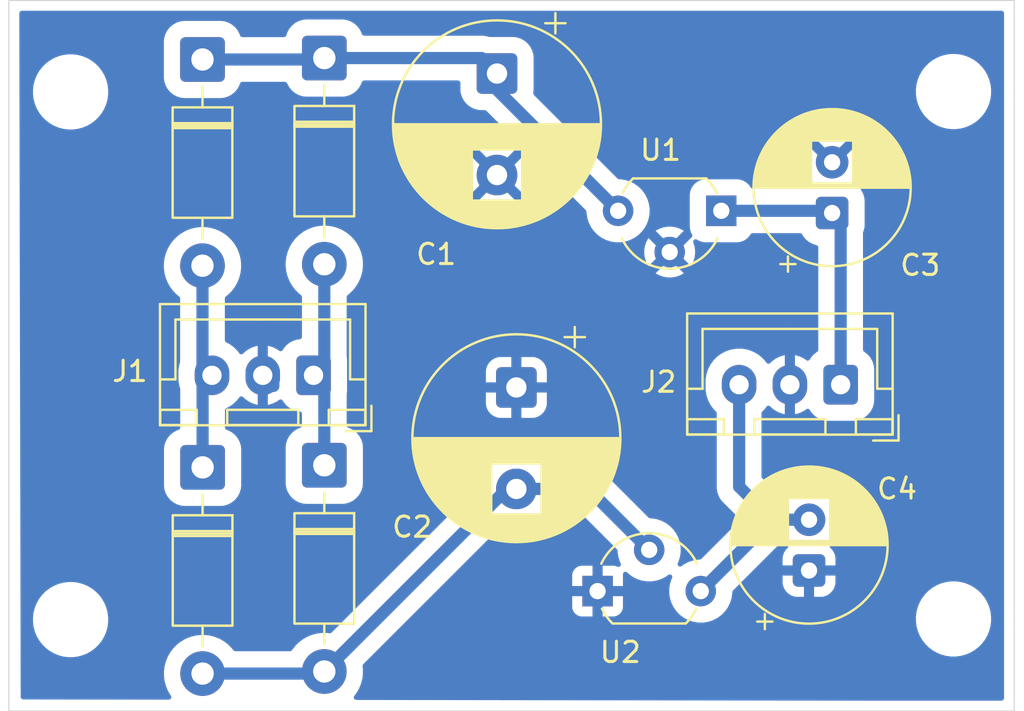
<source format=kicad_pcb>
(kicad_pcb (version 20241229) (generator "pcbnew") (generator_version "9.0")
  (layers (0 "F.Cu" signal) (2 "B.Cu" signal) (13 "F.Paste" user) (15 "B.Paste" user) (5 "F.SilkS" user "F.Silkscreen") (7 "B.SilkS" user "B.Silkscreen") (1 "F.Mask" user) (3 "B.Mask" user) (25 "Edge.Cuts" user))
  (net 0 "")
  (net 1 "Net-(D2-K)")
  (net 2 "Net-(D1-A)")
  (net 3 "Net-(J2-Pin_1)")
  (net 4 "Net-(J2-Pin_3)")
  (net 5 "Net-(D1-K)")
  (net 6 "Net-(D3-K)")
  (net 7 "GNDPWR")
  (footprint "Capacitor_THT:CP_Radial_D7.5mm_P2.50mm" (layer "F.Cu") (at 88.496008 75.967089 90)
    (property "Reference" "C3" (at -2.571806 4.338825 0) (layer "F.SilkS"))
    (property "Value" "25V100uF" (hide yes))
    (pad "1" thru_hole roundrect (at 0 0 90) (size 1.6 1.6) (drill 0.8) (layers "*.Cu" "*.Mask") (roundrect_rratio 0.15625) (net 3 "Net-(J2-Pin_1)"))
    (pad "2" thru_hole circle (at 2.5 0 90) (size 1.6 1.6) (drill 0.8) (layers "*.Cu" "*.Mask") (net 7 "GNDPWR"))
  )
  (footprint "MountingHole:MountingHole_3.2mm_M3" (layer "F.Cu") (at 51 70)
    (property "Reference" "H1" (hide yes))
    (property "Value" "MountingHole" (hide yes))
    (pad "" np_thru_hole circle (at 0 0) (size 3.2 3.2) (drill 3.2) (layers "*.Cu" "*.Mask"))
  )
  (footprint "Capacitor_THT:CP_Radial_D10.0mm_P5.00mm" (layer "F.Cu") (at 72.949758 84.562098 -90)
    (property "Reference" "C2" (at 6.877902 5.131758 0) (layer "F.SilkS"))
    (property "Value" "25V1000uF" (hide yes))
    (pad "1" thru_hole roundrect (at 0 0 270) (size 2 2) (drill 1) (layers "*.Cu" "*.Mask") (roundrect_rratio 0.125) (net 7 "GNDPWR"))
    (pad "2" thru_hole circle (at 5 0 270) (size 2 2) (drill 1) (layers "*.Cu" "*.Mask") (net 2 "Net-(D1-A)"))
  )
  (footprint "MountingHole:MountingHole_3.2mm_M3" (layer "F.Cu") (at 94.473002 69.982338)
    (property "Reference" "H2" (hide yes))
    (property "Value" "MountingHole" (hide yes))
    (pad "" np_thru_hole circle (at 0 0) (size 3.2 3.2) (drill 3.2) (layers "*.Cu" "*.Mask"))
  )
  (footprint "Diode_THT:D_DO-41_SOD81_P10.16mm_Horizontal" (layer "F.Cu") (at 63.493135 68.332632 -90)
    (property "Reference" "D2" (hide yes))
    (property "Value" "1N5817" (hide yes))
    (pad "1" thru_hole roundrect (at 0 0 270) (size 2.2 2.2) (drill 1.1) (layers "*.Cu" "*.Mask") (roundrect_rratio 0.113636) (net 1 "Net-(D2-K)"))
    (pad "2" thru_hole circle (at 10.16 0 270) (size 2.2 2.2) (drill 1.1) (layers "*.Cu" "*.Mask") (net 5 "Net-(D1-K)"))
  )
  (footprint "Capacitor_THT:CP_Radial_D10.0mm_P5.00mm" (layer "F.Cu") (at 71.995795 69.095528 -90)
    (property "Reference" "C1" (at 8.904472 2.995795 0) (layer "F.SilkS"))
    (property "Value" "25V1000uF" (hide yes))
    (pad "1" thru_hole roundrect (at 0 0 270) (size 2 2) (drill 1) (layers "*.Cu" "*.Mask") (roundrect_rratio 0.125) (net 1 "Net-(D2-K)"))
    (pad "2" thru_hole circle (at 5 0 270) (size 2 2) (drill 1) (layers "*.Cu" "*.Mask") (net 7 "GNDPWR"))
  )
  (footprint "Diode_THT:D_DO-41_SOD81_P10.16mm_Horizontal" (layer "F.Cu") (at 57.49497 68.402483 -90)
    (property "Reference" "D4" (hide yes))
    (property "Value" "1N5817" (hide yes))
    (pad "1" thru_hole roundrect (at 0 0 270) (size 2.2 2.2) (drill 1.1) (layers "*.Cu" "*.Mask") (roundrect_rratio 0.113636) (net 1 "Net-(D2-K)"))
    (pad "2" thru_hole circle (at 10.16 0 270) (size 2.2 2.2) (drill 1.1) (layers "*.Cu" "*.Mask") (net 6 "Net-(D3-K)"))
  )
  (footprint "Connector_JST:JST_XH_B3B-XH-A_1x03_P2.50mm_Vertical" (layer "F.Cu") (at 88.916931 84.427657 180)
    (property "Reference" "J2" (at 8.958707 0.130406 0) (layer "F.SilkS"))
    (property "Value" "Conn_01x03" (hide yes))
    (pad "1" thru_hole roundrect (at 0 0 180) (size 1.7 1.95) (drill 0.95) (layers "*.Cu" "*.Mask") (roundrect_rratio 0.147059) (net 3 "Net-(J2-Pin_1)"))
    (pad "2" thru_hole oval (at 2.5 0 180) (size 1.7 1.95) (drill 0.95) (layers "*.Cu" "*.Mask") (net 7 "GNDPWR"))
    (pad "3" thru_hole oval (at 5 0 180) (size 1.7 1.95) (drill 0.95) (layers "*.Cu" "*.Mask") (net 4 "Net-(J2-Pin_3)"))
  )
  (footprint "Package_TO_SOT_THT:TO-92_Inline_Wide" (layer "F.Cu") (at 83.038456 76.112198 180)
    (property "Reference" "U1" (at 2.988559 3.242559 180) (layer "F.SilkS"))
    (property "Value" "L78L12" (hide yes))
    (pad "1" thru_hole rect (at 0 0.254 180) (size 1.5 1.5) (drill 0.8) (layers "*.Cu" "*.Mask") (net 3 "Net-(J2-Pin_1)"))
    (pad "2" thru_hole circle (at 2.54 -1.778 180) (size 1.5 1.5) (drill 0.8) (layers "*.Cu" "*.Mask") (net 7 "GNDPWR"))
    (pad "3" thru_hole circle (at 5.08 0.254 180) (size 1.5 1.5) (drill 0.8) (layers "*.Cu" "*.Mask") (net 1 "Net-(D2-K)"))
  )
  (footprint "Package_TO_SOT_THT:TO-92_Inline_Wide" (layer "F.Cu") (at 76.948238 94.342627)
    (property "Reference" "U2" (at 1.11853 3.267621 180) (layer "F.SilkS"))
    (property "Value" "L79L12" (hide yes))
    (pad "1" thru_hole rect (at 0 0.254) (size 1.5 1.5) (drill 0.8) (layers "*.Cu" "*.Mask") (net 7 "GNDPWR"))
    (pad "2" thru_hole circle (at 2.54 -1.778) (size 1.5 1.5) (drill 0.8) (layers "*.Cu" "*.Mask") (net 2 "Net-(D1-A)"))
    (pad "3" thru_hole circle (at 5.08 0.254) (size 1.5 1.5) (drill 0.8) (layers "*.Cu" "*.Mask") (net 4 "Net-(J2-Pin_3)"))
  )
  (footprint "MountingHole:MountingHole_3.2mm_M3" (layer "F.Cu") (at 94.473002 95.968407)
    (property "Reference" "H4" (hide yes))
    (property "Value" "MountingHole" (hide yes))
    (pad "" np_thru_hole circle (at 0 0) (size 3.2 3.2) (drill 3.2) (layers "*.Cu" "*.Mask"))
  )
  (footprint "MountingHole:MountingHole_3.2mm_M3" (layer "F.Cu") (at 51 96)
    (property "Reference" "H3" (hide yes))
    (property "Value" "MountingHole" (hide yes))
    (pad "" np_thru_hole circle (at 0 0) (size 3.2 3.2) (drill 3.2) (layers "*.Cu" "*.Mask"))
  )
  (footprint "Diode_THT:D_DO-41_SOD81_P10.16mm_Horizontal" (layer "F.Cu") (at 63.493135 88.397519 -90)
    (property "Reference" "D1" (hide yes))
    (property "Value" "1N5817" (hide yes))
    (pad "1" thru_hole roundrect (at 0 0 270) (size 2.2 2.2) (drill 1.1) (layers "*.Cu" "*.Mask") (roundrect_rratio 0.113636) (net 5 "Net-(D1-K)"))
    (pad "2" thru_hole circle (at 10.16 0 270) (size 2.2 2.2) (drill 1.1) (layers "*.Cu" "*.Mask") (net 2 "Net-(D1-A)"))
  )
  (footprint "Capacitor_THT:CP_Radial_D7.5mm_P2.50mm" (layer "F.Cu") (at 87.359512 93.580138 90)
    (property "Reference" "C4" (at 4.019515 4.331597 0) (layer "F.SilkS"))
    (property "Value" "25V100uF" (hide yes))
    (pad "1" thru_hole roundrect (at 0 0 90) (size 1.6 1.6) (drill 0.8) (layers "*.Cu" "*.Mask") (roundrect_rratio 0.15625) (net 7 "GNDPWR"))
    (pad "2" thru_hole circle (at 2.5 0 90) (size 1.6 1.6) (drill 0.8) (layers "*.Cu" "*.Mask") (net 4 "Net-(J2-Pin_3)"))
  )
  (footprint "Connector_JST:JST_XH_B3B-XH-A_1x03_P2.50mm_Vertical" (layer "F.Cu") (at 62.962483 83.964641 180)
    (property "Reference" "J1" (at 9.041863 0.198713 180) (layer "F.SilkS"))
    (property "Value" "Conn_01x03" (hide yes))
    (pad "1" thru_hole roundrect (at 0 0 180) (size 1.7 1.95) (drill 0.95) (layers "*.Cu" "*.Mask") (roundrect_rratio 0.147059) (net 5 "Net-(D1-K)"))
    (pad "2" thru_hole oval (at 2.5 0 180) (size 1.7 1.95) (drill 0.95) (layers "*.Cu" "*.Mask") (net 7 "GNDPWR"))
    (pad "3" thru_hole oval (at 5 0 180) (size 1.7 1.95) (drill 0.95) (layers "*.Cu" "*.Mask") (net 6 "Net-(D3-K)"))
  )
  (footprint "Diode_THT:D_DO-41_SOD81_P10.16mm_Horizontal" (layer "F.Cu") (at 57.5 88.5 -90)
    (property "Reference" "D3" (hide yes))
    (property "Value" "1N5817" (hide yes))
    (pad "1" thru_hole roundrect (at 0 0 270) (size 2.2 2.2) (drill 1.1) (layers "*.Cu" "*.Mask") (roundrect_rratio 0.113636) (net 6 "Net-(D3-K)"))
    (pad "2" thru_hole circle (at 10.16 0 270) (size 2.2 2.2) (drill 1.1) (layers "*.Cu" "*.Mask") (net 2 "Net-(D1-A)"))
  )
  (gr_rect (start 47.961367 65.496517) (end 97.461365 100.496517) (stroke (width 0.05)) (fill no) (layer "Edge.Cuts"))
  (segment (start 71.995795 69.095528) (end 72.095528 69.095528) (width 0.6) (layer "B.Cu") (net 1))
  (segment (start 63.493135 68.332632) (end 71.232899 68.332632) (width 0.6) (layer "B.Cu") (net 1))
  (segment (start 62.597517 68.402483) (end 57.49497 68.402483) (width 0.6) (layer "B.Cu") (net 1))
  (segment (start 63.493135 68.332632) (end 62.667368 68.332632) (width 0.6) (layer "B.Cu") (net 1))
  (segment (start 62.667368 68.332632) (end 62.597517 68.402483) (width 0.6) (layer "B.Cu") (net 1))
  (segment (start 77.958456 75.858198) (end 71.995795 69.895537) (width 0.6) (layer "B.Cu") (net 1))
  (segment (start 71.995795 69.895537) (end 71.995795 69.095528) (width 0.6) (layer "B.Cu") (net 1))
  (segment (start 71.232899 68.332632) (end 71.995795 69.095528) (width 0.6) (layer "B.Cu") (net 1))
  (segment (start 57.5 98.66) (end 63.390654 98.66) (width 0.6) (layer "B.Cu") (net 2))
  (segment (start 72.949758 89.852091) (end 72.949758 89.562098) (width 0.6) (layer "B.Cu") (net 2))
  (segment (start 63.390654 98.66) (end 63.493135 98.557519) (width 0.6) (layer "B.Cu") (net 2))
  (segment (start 63.95615 98.761515) (end 63.998242 98.803607) (width 0.6) (layer "B.Cu") (net 2))
  (segment (start 79.488238 92.564627) (end 76.485709 89.562098) (width 0.6) (layer "B.Cu") (net 2))
  (segment (start 72.949758 90.117824) (end 72.949758 89.562098) (width 0.6) (layer "B.Cu") (net 2))
  (segment (start 72.488556 89.562098) (end 72.949758 89.562098) (width 0.6) (layer "B.Cu") (net 2))
  (segment (start 76.485709 89.562098) (end 72.949758 89.562098) (width 0.6) (layer "B.Cu") (net 2))
  (segment (start 63.90619 99.01938) (end 63.977196 99.090386) (width 0.6) (layer "B.Cu") (net 2))
  (segment (start 63.493135 98.557519) (end 72.488556 89.562098) (width 0.6) (layer "B.Cu") (net 2))
  (segment (start 83.038456 75.858198) (end 88.387117 75.858198) (width 0.6) (layer "B.Cu") (net 3))
  (segment (start 88.916931 76.388012) (end 88.496008 75.967089) (width 0.6) (layer "B.Cu") (net 3))
  (segment (start 88.916931 84.427657) (end 88.916931 76.388012) (width 0.6) (layer "B.Cu") (net 3))
  (segment (start 88.975573 76.446654) (end 88.496008 75.967089) (width 0.6) (layer "B.Cu") (net 3))
  (segment (start 88.387117 75.858198) (end 88.496008 75.967089) (width 0.6) (layer "B.Cu") (net 3))
  (segment (start 83.038456 75.858198) (end 83.358198 75.858198) (width 0.6) (layer "B.Cu") (net 3))
  (segment (start 87.359512 91.080138) (end 85.544727 91.080138) (width 0.6) (layer "B.Cu") (net 4))
  (segment (start 87.460246 90.979404) (end 87.359512 91.080138) (width 0.6) (layer "B.Cu") (net 4))
  (segment (start 87.481293 90.958357) (end 87.359512 91.080138) (width 0.6) (layer "B.Cu") (net 4))
  (segment (start 85.544727 91.080138) (end 83.916931 89.452342) (width 0.6) (layer "B.Cu") (net 4))
  (segment (start 85.544727 91.080138) (end 82.028238 94.596627) (width 0.6) (layer "B.Cu") (net 4))
  (segment (start 87.222157 90.942783) (end 87.359512 91.080138) (width 0.6) (layer "B.Cu") (net 4))
  (segment (start 83.916931 89.452342) (end 83.916931 84.427657) (width 0.6) (layer "B.Cu") (net 4))
  (segment (start 63.493135 78.492632) (end 63.5 78.499497) (width 0.6) (layer "B.Cu") (net 5))
  (segment (start 63.493135 83.433989) (end 62.962483 83.964641) (width 0.6) (layer "B.Cu") (net 5))
  (segment (start 63.745687 88.391052) (end 63.998242 88.643607) (width 0.6) (layer "B.Cu") (net 5))
  (segment (start 63.493135 88.397519) (end 63.493135 84.495293) (width 0.6) (layer "B.Cu") (net 5))
  (segment (start 63.745687 78.745184) (end 63.493135 78.492632) (width 0.6) (layer "B.Cu") (net 5))
  (segment (start 63.493135 84.495293) (end 62.962483 83.964641) (width 0.6) (layer "B.Cu") (net 5))
  (segment (start 63.493135 78.492632) (end 63.493135 83.433989) (width 0.6) (layer "B.Cu") (net 5))
  (segment (start 57.5 84.427124) (end 57.962483 83.964641) (width 0.6) (layer "B.Cu") (net 6))
  (segment (start 57.49497 78.562483) (end 57.49497 83.497128) (width 0.6) (layer "B.Cu") (net 6))
  (segment (start 57.49497 83.497128) (end 57.962483 83.964641) (width 0.6) (layer "B.Cu") (net 6))
  (segment (start 57.5 88.5) (end 57.5 84.427124) (width 0.6) (layer "B.Cu") (net 6))
  (segment (start 60.984141 84.489641) (end 60.984141 83.960677) (width 0.6) (layer "B.Cu") (net 7))
  (zone (net 7) (net_name "GNDPWR") (layer "B.Cu") (connect_pads (clearance 0.8)) (min_thickness 0.25) (fill yes (thermal_gap 0.5) (thermal_bridge_width 0.5))
    (polygon (pts (xy 48.474297 66) (xy 97 66) (xy 97 100.005816) (xy 48.5441 99.935359)))
  )
)
</source>
